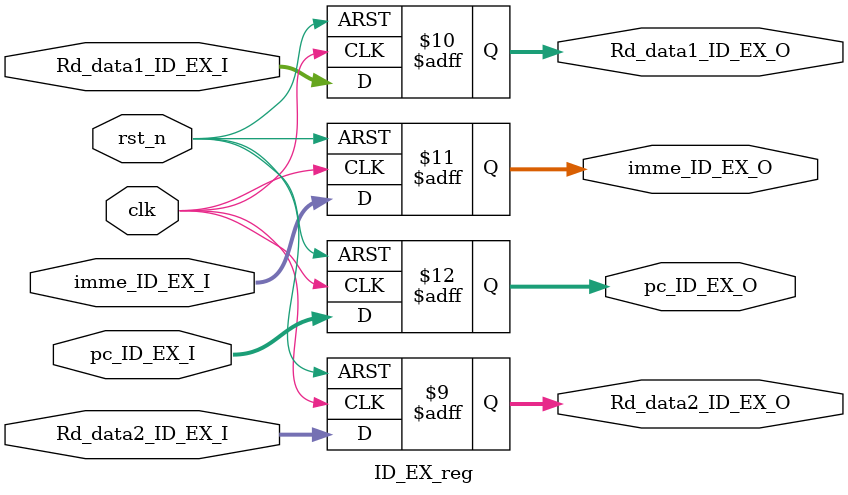
<source format=v>
`timescale 1ns / 1ps


module ID_EX_reg(
    input clk,
    input rst_n,
    input [31:0] pc_ID_EX_I,
    input [31:0] imme_ID_EX_I,
    input [31:0] Rd_data1_ID_EX_I,
    input [31:0] Rd_data2_ID_EX_I,
    output reg [31:0] pc_ID_EX_O,
    output reg [31:0] imme_ID_EX_O,
    output reg [31:0] Rd_data1_ID_EX_O,
    output reg [31:0] Rd_data2_ID_EX_O
    );
    always @(posedge clk or negedge rst_n)
       begin
       if(~rst_n) 
       pc_ID_EX_O<=32'b0;
       else 
       pc_ID_EX_O<=pc_ID_EX_I;
       end
       
       always @(posedge clk or negedge rst_n)
       begin
       if(~rst_n)
       imme_ID_EX_O<=32'b0;
       else 
       imme_ID_EX_O<=imme_ID_EX_I;
       end
       
       always @(posedge clk or negedge rst_n)
       begin
       if(~rst_n)
       Rd_data1_ID_EX_O<=32'b0;
       else 
       Rd_data1_ID_EX_O<=Rd_data1_ID_EX_I;
       end
       
       always @(posedge clk or negedge rst_n)
       begin
       if(~rst_n)
       Rd_data2_ID_EX_O<=32'b0;
       else 
       Rd_data2_ID_EX_O<=Rd_data2_ID_EX_I;
       end
       
endmodule

</source>
